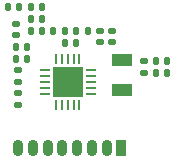
<source format=gbr>
%TF.GenerationSoftware,KiCad,Pcbnew,8.0.5*%
%TF.CreationDate,2024-10-24T22:42:25-04:00*%
%TF.ProjectId,NRF24L01 2.4GHZ,4e524632-344c-4303-9120-322e3447485a,rev?*%
%TF.SameCoordinates,Original*%
%TF.FileFunction,Soldermask,Top*%
%TF.FilePolarity,Negative*%
%FSLAX46Y46*%
G04 Gerber Fmt 4.6, Leading zero omitted, Abs format (unit mm)*
G04 Created by KiCad (PCBNEW 8.0.5) date 2024-10-24 22:42:25*
%MOMM*%
%LPD*%
G01*
G04 APERTURE LIST*
G04 Aperture macros list*
%AMRoundRect*
0 Rectangle with rounded corners*
0 $1 Rounding radius*
0 $2 $3 $4 $5 $6 $7 $8 $9 X,Y pos of 4 corners*
0 Add a 4 corners polygon primitive as box body*
4,1,4,$2,$3,$4,$5,$6,$7,$8,$9,$2,$3,0*
0 Add four circle primitives for the rounded corners*
1,1,$1+$1,$2,$3*
1,1,$1+$1,$4,$5*
1,1,$1+$1,$6,$7*
1,1,$1+$1,$8,$9*
0 Add four rect primitives between the rounded corners*
20,1,$1+$1,$2,$3,$4,$5,0*
20,1,$1+$1,$4,$5,$6,$7,0*
20,1,$1+$1,$6,$7,$8,$9,0*
20,1,$1+$1,$8,$9,$2,$3,0*%
G04 Aperture macros list end*
%ADD10RoundRect,0.140000X-0.170000X0.140000X-0.170000X-0.140000X0.170000X-0.140000X0.170000X0.140000X0*%
%ADD11RoundRect,0.140000X-0.140000X-0.170000X0.140000X-0.170000X0.140000X0.170000X-0.140000X0.170000X0*%
%ADD12RoundRect,0.062500X0.062500X-0.350000X0.062500X0.350000X-0.062500X0.350000X-0.062500X-0.350000X0*%
%ADD13RoundRect,0.062500X0.350000X-0.062500X0.350000X0.062500X-0.350000X0.062500X-0.350000X-0.062500X0*%
%ADD14R,2.500000X2.500000*%
%ADD15RoundRect,0.140000X0.140000X0.170000X-0.140000X0.170000X-0.140000X-0.170000X0.140000X-0.170000X0*%
%ADD16RoundRect,0.135000X-0.185000X0.135000X-0.185000X-0.135000X0.185000X-0.135000X0.185000X0.135000X0*%
%ADD17RoundRect,0.147500X0.147500X0.172500X-0.147500X0.172500X-0.147500X-0.172500X0.147500X-0.172500X0*%
%ADD18RoundRect,0.135000X0.185000X-0.135000X0.185000X0.135000X-0.185000X0.135000X-0.185000X-0.135000X0*%
%ADD19RoundRect,0.147500X-0.147500X-0.172500X0.147500X-0.172500X0.147500X0.172500X-0.147500X0.172500X0*%
%ADD20RoundRect,0.225000X0.225000X0.475000X-0.225000X0.475000X-0.225000X-0.475000X0.225000X-0.475000X0*%
%ADD21O,0.900000X1.400000*%
%ADD22R,1.800000X1.000000*%
G04 APERTURE END LIST*
D10*
%TO.C,C10*%
X151720000Y-87280000D03*
X151720000Y-88240000D03*
%TD*%
D11*
%TO.C,C1*%
X163565000Y-91420000D03*
X164525000Y-91420000D03*
%TD*%
%TO.C,C6*%
X152960000Y-86880000D03*
X153920000Y-86880000D03*
%TD*%
D12*
%TO.C,U1*%
X155082500Y-94167500D03*
X155582500Y-94167500D03*
X156082500Y-94167500D03*
X156582500Y-94167500D03*
X157082500Y-94167500D03*
D13*
X158020000Y-93230000D03*
X158020000Y-92730000D03*
X158020000Y-92230000D03*
X158020000Y-91730000D03*
X158020000Y-91230000D03*
D12*
X157082500Y-90292500D03*
X156582500Y-90292500D03*
X156082500Y-90292500D03*
X155582500Y-90292500D03*
X155082500Y-90292500D03*
D13*
X154145000Y-91230000D03*
X154145000Y-91730000D03*
X154145000Y-92230000D03*
X154145000Y-92730000D03*
X154145000Y-93230000D03*
D14*
X156082500Y-92230000D03*
%TD*%
D15*
%TO.C,C9*%
X152670000Y-89260000D03*
X151710000Y-89260000D03*
%TD*%
D10*
%TO.C,C4*%
X158830000Y-87850000D03*
X158830000Y-88810000D03*
%TD*%
D16*
%TO.C,R2*%
X151840000Y-91230000D03*
X151840000Y-92250000D03*
%TD*%
D17*
%TO.C,L3*%
X155835000Y-87870000D03*
X154865000Y-87870000D03*
%TD*%
D11*
%TO.C,C11*%
X152960000Y-85870000D03*
X153920000Y-85870000D03*
%TD*%
D18*
%TO.C,R1*%
X162505000Y-91410000D03*
X162505000Y-90390000D03*
%TD*%
D15*
%TO.C,C8*%
X152680000Y-90290000D03*
X151720000Y-90290000D03*
%TD*%
D19*
%TO.C,L4*%
X151000000Y-85880000D03*
X151970000Y-85880000D03*
%TD*%
D11*
%TO.C,C2*%
X163555000Y-90390000D03*
X164515000Y-90390000D03*
%TD*%
D20*
%TO.C,J1*%
X160625000Y-97790000D03*
D21*
X159375000Y-97790000D03*
X158125000Y-97790000D03*
X156875000Y-97790000D03*
X155625000Y-97790000D03*
X154375000Y-97790000D03*
X153125000Y-97790000D03*
X151875000Y-97790000D03*
%TD*%
D15*
%TO.C,C5*%
X153920000Y-87870000D03*
X152960000Y-87870000D03*
%TD*%
D17*
%TO.C,L1*%
X156815000Y-88920000D03*
X155845000Y-88920000D03*
%TD*%
D19*
%TO.C,L2*%
X156825000Y-87860000D03*
X157795000Y-87860000D03*
%TD*%
D10*
%TO.C,C7*%
X151860000Y-93160000D03*
X151860000Y-94120000D03*
%TD*%
D22*
%TO.C,Y1*%
X160705000Y-92860000D03*
X160705000Y-90360000D03*
%TD*%
D10*
%TO.C,C3*%
X159850000Y-87850000D03*
X159850000Y-88810000D03*
%TD*%
M02*

</source>
